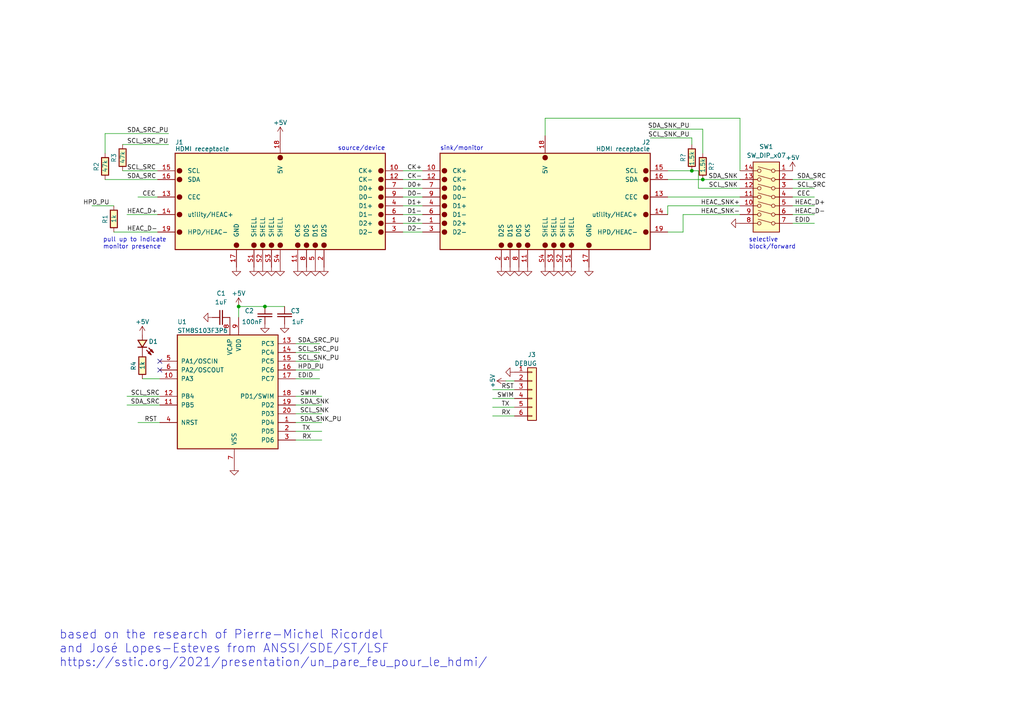
<source format=kicad_sch>
(kicad_sch (version 20211123) (generator eeschema)
  (paper "A4")
  (title_block (title "HDMI firewall") (date "$date$") (rev "$version$.$revision$") (company "CuVoodoo") (comment 1 "King Kévin") (comment 2 "CERN-OHL-S"))
  (lib_symbols
    (symbol "Connector_Generic:Conn_01x06" (pin_names (offset 1.016) hide)
      (property "Reference" "J" (at 0 7.62 0))
      (property "Value" "Conn_01x06" (at 0 -10.16 0))
      (symbol "Conn_01x06_1_1"
        (rectangle (start -1.27 -7.493) (end 0 -7.747) (stroke (width 0.1524)))
        (rectangle (start -1.27 -4.953) (end 0 -5.207) (stroke (width 0.1524)))
        (rectangle (start -1.27 -2.413) (end 0 -2.667) (stroke (width 0.1524)))
        (rectangle (start -1.27 0.127) (end 0 -0.127) (stroke (width 0.1524)))
        (rectangle (start -1.27 2.667) (end 0 2.413) (stroke (width 0.1524)))
        (rectangle (start -1.27 5.207) (end 0 4.953) (stroke (width 0.1524)))
        (rectangle (start -1.27 6.35) (end 1.27 -8.89) (stroke (width 0.254)) (fill (type background)))
        (pin passive line (at -5.08 5.08 0) (length 3.81) (name "Pin_1") (number "1"))
        (pin passive line (at -5.08 2.54 0) (length 3.81) (name "Pin_2") (number "2"))
        (pin passive line (at -5.08 0 0) (length 3.81) (name "Pin_3") (number "3"))
        (pin passive line (at -5.08 -2.54 0) (length 3.81) (name "Pin_4") (number "4"))
        (pin passive line (at -5.08 -5.08 0) (length 3.81) (name "Pin_5") (number "5"))
        (pin passive line (at -5.08 -7.62 0) (length 3.81) (name "Pin_6") (number "6"))
      )
    )
    (symbol "HDMI-001S_1" (pin_names (offset 3.556))
      (property "Reference" "J" (at 0 0.762 0))
      (property "Value" "HDMI-001S_1" (at 43.942 -28.702 0))
      (symbol "HDMI-001S_1_1_1"
        (rectangle (start 0 0) (end 60.96 -27.94) (stroke (width 0.3048)) (fill (type background)))
        (circle (center 1.27 -22.86) (radius 0.635) (stroke (width 0.3048)) (fill (type outline)))
        (circle (center 1.27 -17.78) (radius 0.635) (stroke (width 0.3048)) (fill (type outline)))
        (circle (center 1.27 -12.7) (radius 0.635) (stroke (width 0.3048)) (fill (type outline)))
        (circle (center 1.27 -7.62) (radius 0.635) (stroke (width 0.3048)) (fill (type outline)))
        (circle (center 1.27 -5.08) (radius 0.635) (stroke (width 0.3048)) (fill (type outline)))
        (circle (center 17.78 -26.67) (radius 0.635) (stroke (width 0.3048)) (fill (type outline)))
        (circle (center 22.86 -26.67) (radius 0.635) (stroke (width 0.3048)) (fill (type outline)))
        (circle (center 25.4 -26.67) (radius 0.635) (stroke (width 0.3048)) (fill (type outline)))
        (circle (center 27.94 -26.67) (radius 0.635) (stroke (width 0.3048)) (fill (type outline)))
        (circle (center 30.48 -26.67) (radius 0.635) (stroke (width 0.3048)) (fill (type outline)))
        (circle (center 30.48 -1.27) (radius 0.635) (stroke (width 0.3048)) (fill (type outline)))
        (circle (center 35.56 -26.67) (radius 0.635) (stroke (width 0.3048)) (fill (type outline)))
        (circle (center 38.1 -26.67) (radius 0.635) (stroke (width 0.3048)) (fill (type outline)))
        (circle (center 40.64 -26.67) (radius 0.635) (stroke (width 0.3048)) (fill (type outline)))
        (circle (center 43.18 -26.67) (radius 0.635) (stroke (width 0.3048)) (fill (type outline)))
        (circle (center 59.69 -22.86) (radius 0.635) (stroke (width 0.3048)) (fill (type outline)))
        (circle (center 59.69 -20.32) (radius 0.635) (stroke (width 0.3048)) (fill (type outline)))
        (circle (center 59.69 -17.78) (radius 0.635) (stroke (width 0.3048)) (fill (type outline)))
        (circle (center 59.69 -15.24) (radius 0.635) (stroke (width 0.3048)) (fill (type outline)))
        (circle (center 59.69 -12.7) (radius 0.635) (stroke (width 0.3048)) (fill (type outline)))
        (circle (center 59.69 -10.16) (radius 0.635) (stroke (width 0.3048)) (fill (type outline)))
        (circle (center 59.69 -7.62) (radius 0.635) (stroke (width 0.3048)) (fill (type outline)))
        (circle (center 59.69 -5.08) (radius 0.635) (stroke (width 0.3048)) (fill (type outline)))
        (pin passive line (at 66.04 -20.32 180) (length 5.08) (name "D2+") (number "1"))
        (pin passive line (at 66.04 -5.08 180) (length 5.08) (name "CK+") (number "10"))
        (pin passive line (at 35.56 -33.02 90) (length 5.08) (name "CKS") (number "11"))
        (pin passive line (at 66.04 -7.62 180) (length 5.08) (name "CK-") (number "12"))
        (pin passive line (at -5.08 -12.7 0) (length 5.08) (name "CEC") (number "13"))
        (pin passive line (at -5.08 -17.78 0) (length 5.08) (name "utility/HEAC+") (number "14"))
        (pin passive line (at -5.08 -5.08 0) (length 5.08) (name "SCL") (number "15"))
        (pin passive line (at -5.08 -7.62 0) (length 5.08) (name "SDA") (number "16"))
        (pin power_in line (at 17.78 -33.02 90) (length 5.08) (name "GND") (number "17"))
        (pin power_in line (at 30.48 5.08 270) (length 5.08) (name "5V") (number "18"))
        (pin passive line (at -5.08 -22.86 0) (length 5.08) (name "HPD/HEAC-") (number "19"))
        (pin passive line (at 43.18 -33.02 90) (length 5.08) (name "D2S") (number "2"))
        (pin passive line (at 66.04 -22.86 180) (length 5.08) (name "D2-") (number "3"))
        (pin passive line (at 66.04 -15.24 180) (length 5.08) (name "D1+") (number "4"))
        (pin passive line (at 40.64 -33.02 90) (length 5.08) (name "D1S") (number "5"))
        (pin passive line (at 66.04 -17.78 180) (length 5.08) (name "D1-") (number "6"))
        (pin passive line (at 66.04 -10.16 180) (length 5.08) (name "D0+") (number "7"))
        (pin passive line (at 38.1 -33.02 90) (length 5.08) (name "D0S") (number "8"))
        (pin passive line (at 66.04 -12.7 180) (length 5.08) (name "D0-") (number "9"))
        (pin passive line (at 22.86 -33.02 90) (length 5.08) (name "SHELL") (number "S1"))
        (pin passive line (at 25.4 -33.02 90) (length 5.08) (name "SHELL") (number "S2"))
        (pin passive line (at 27.94 -33.02 90) (length 5.08) (name "SHELL") (number "S3"))
        (pin passive line (at 30.48 -33.02 90) (length 5.08) (name "SHELL") (number "S4"))
      )
    )
    (symbol "Switch:SW_DIP_x07" (pin_names (offset 0) hide)
      (property "Reference" "SW" (at 0 13.97 0))
      (property "Value" "SW_DIP_x07" (at 0 -8.89 0))
      (symbol "SW_DIP_x07_0_0"
        (circle (center -2.032 -5.08) (radius 0.508))
        (circle (center -2.032 -2.54) (radius 0.508))
        (circle (center -2.032 0) (radius 0.508))
        (circle (center -2.032 2.54) (radius 0.508))
        (circle (center -2.032 5.08) (radius 0.508))
        (circle (center -2.032 7.62) (radius 0.508))
        (circle (center -2.032 10.16) (radius 0.508))
        (polyline (pts (xy -1.524 -4.9276) (xy 2.3622 -3.8862)))
        (polyline (pts (xy -1.524 -2.3876) (xy 2.3622 -1.3462)))
        (polyline (pts (xy -1.524 0.127) (xy 2.3622 1.1684)))
        (polyline (pts (xy -1.524 2.667) (xy 2.3622 3.7084)))
        (polyline (pts (xy -1.524 5.207) (xy 2.3622 6.2484)))
        (polyline (pts (xy -1.524 7.747) (xy 2.3622 8.7884)))
        (polyline (pts (xy -1.524 10.287) (xy 2.3622 11.3284)))
        (circle (center 2.032 -5.08) (radius 0.508))
        (circle (center 2.032 -2.54) (radius 0.508))
        (circle (center 2.032 0) (radius 0.508))
        (circle (center 2.032 2.54) (radius 0.508))
        (circle (center 2.032 5.08) (radius 0.508))
        (circle (center 2.032 7.62) (radius 0.508))
        (circle (center 2.032 10.16) (radius 0.508))
      )
      (symbol "SW_DIP_x07_0_1"
        (rectangle (start -3.81 12.7) (end 3.81 -7.62) (stroke (width 0.254)) (fill (type background)))
      )
      (symbol "SW_DIP_x07_1_1"
        (pin passive line (at -7.62 10.16 0) (length 5.08) (name "~") (number "1"))
        (pin passive line (at 7.62 0 180) (length 5.08) (name "~") (number "10"))
        (pin passive line (at 7.62 2.54 180) (length 5.08) (name "~") (number "11"))
        (pin passive line (at 7.62 5.08 180) (length 5.08) (name "~") (number "12"))
        (pin passive line (at 7.62 7.62 180) (length 5.08) (name "~") (number "13"))
        (pin passive line (at 7.62 10.16 180) (length 5.08) (name "~") (number "14"))
        (pin passive line (at -7.62 7.62 0) (length 5.08) (name "~") (number "2"))
        (pin passive line (at -7.62 5.08 0) (length 5.08) (name "~") (number "3"))
        (pin passive line (at -7.62 2.54 0) (length 5.08) (name "~") (number "4"))
        (pin passive line (at -7.62 0 0) (length 5.08) (name "~") (number "5"))
        (pin passive line (at -7.62 -2.54 0) (length 5.08) (name "~") (number "6"))
        (pin passive line (at -7.62 -5.08 0) (length 5.08) (name "~") (number "7"))
        (pin passive line (at 7.62 -5.08 180) (length 5.08) (name "~") (number "8"))
        (pin passive line (at 7.62 -2.54 180) (length 5.08) (name "~") (number "9"))
      )
    )
    (symbol "power:+5V" (power) (pin_names (offset 0))
      (property "Value" "+5V" (at 0 3.556 0))
      (symbol "+5V_0_1"
        (polyline (pts (xy -0.762 1.27) (xy 0 2.54)))
        (polyline (pts (xy 0 0) (xy 0 2.54)))
        (polyline (pts (xy 0 2.54) (xy 0.762 1.27)))
      )
      (symbol "+5V_1_1"
        (pin power_in line (at 0 0 90) (length 0) hide (name "+5V") (number "1"))
      )
    )
    (symbol "power:GND" (power) (pin_names (offset 0))
      (property "Value" "GND" (at 0 -3.81 0))
      (symbol "GND_0_1"
        (polyline (pts (xy 0 0) (xy 0 -1.27) (xy 1.27 -1.27) (xy 0 -2.54) (xy -1.27 -1.27) (xy 0 -1.27)))
      )
      (symbol "GND_1_1"
        (pin power_in line (at 0 0 270) (length 0) hide (name "GND") (number "1"))
      )
    )
    (symbol "qeda:C0603" (pin_numbers hide) (pin_names (offset 1.016) hide)
      (property "Reference" "C" (at 0 2.794 0))
      (property "Value" "C0603" (at 0 -2.794 0))
      (symbol "C0603_1_1"
        (polyline (pts (xy -0.381 2.032) (xy -0.381 -2.032)) (stroke (width 0.3048)))
        (polyline (pts (xy 0.381 2.032) (xy 0.381 -2.032)) (stroke (width 0.3048)))
        (pin passive line (at -2.54 0 0) (length 2.159) (name "L") (number "1"))
        (pin passive line (at 2.54 0 180) (length 2.159) (name "R") (number "2"))
      )
    )
    (symbol "qeda:HDMI-001S" (pin_names (offset 3.556))
      (property "Reference" "J" (at 0 0.762 0))
      (property "Value" "HDMI-001S" (at 43.942 -28.702 0))
      (symbol "HDMI-001S_1_1"
        (rectangle (start 0 0) (end 60.96 -27.94) (stroke (width 0.3048)) (fill (type background)))
        (circle (center 1.27 -22.86) (radius 0.635) (stroke (width 0.3048)) (fill (type outline)))
        (circle (center 1.27 -17.78) (radius 0.635) (stroke (width 0.3048)) (fill (type outline)))
        (circle (center 1.27 -12.7) (radius 0.635) (stroke (width 0.3048)) (fill (type outline)))
        (circle (center 1.27 -7.62) (radius 0.635) (stroke (width 0.3048)) (fill (type outline)))
        (circle (center 1.27 -5.08) (radius 0.635) (stroke (width 0.3048)) (fill (type outline)))
        (circle (center 17.78 -26.67) (radius 0.635) (stroke (width 0.3048)) (fill (type outline)))
        (circle (center 22.86 -26.67) (radius 0.635) (stroke (width 0.3048)) (fill (type outline)))
        (circle (center 25.4 -26.67) (radius 0.635) (stroke (width 0.3048)) (fill (type outline)))
        (circle (center 27.94 -26.67) (radius 0.635) (stroke (width 0.3048)) (fill (type outline)))
        (circle (center 30.48 -26.67) (radius 0.635) (stroke (width 0.3048)) (fill (type outline)))
        (circle (center 30.48 -1.27) (radius 0.635) (stroke (width 0.3048)) (fill (type outline)))
        (circle (center 35.56 -26.67) (radius 0.635) (stroke (width 0.3048)) (fill (type outline)))
        (circle (center 38.1 -26.67) (radius 0.635) (stroke (width 0.3048)) (fill (type outline)))
        (circle (center 40.64 -26.67) (radius 0.635) (stroke (width 0.3048)) (fill (type outline)))
        (circle (center 43.18 -26.67) (radius 0.635) (stroke (width 0.3048)) (fill (type outline)))
        (circle (center 59.69 -22.86) (radius 0.635) (stroke (width 0.3048)) (fill (type outline)))
        (circle (center 59.69 -20.32) (radius 0.635) (stroke (width 0.3048)) (fill (type outline)))
        (circle (center 59.69 -17.78) (radius 0.635) (stroke (width 0.3048)) (fill (type outline)))
        (circle (center 59.69 -15.24) (radius 0.635) (stroke (width 0.3048)) (fill (type outline)))
        (circle (center 59.69 -12.7) (radius 0.635) (stroke (width 0.3048)) (fill (type outline)))
        (circle (center 59.69 -10.16) (radius 0.635) (stroke (width 0.3048)) (fill (type outline)))
        (circle (center 59.69 -7.62) (radius 0.635) (stroke (width 0.3048)) (fill (type outline)))
        (circle (center 59.69 -5.08) (radius 0.635) (stroke (width 0.3048)) (fill (type outline)))
        (pin passive line (at 66.04 -20.32 180) (length 5.08) (name "D2+") (number "1"))
        (pin passive line (at 66.04 -5.08 180) (length 5.08) (name "CK+") (number "10"))
        (pin passive line (at 35.56 -33.02 90) (length 5.08) (name "CKS") (number "11"))
        (pin passive line (at 66.04 -7.62 180) (length 5.08) (name "CK-") (number "12"))
        (pin passive line (at -5.08 -12.7 0) (length 5.08) (name "CEC") (number "13"))
        (pin passive line (at -5.08 -17.78 0) (length 5.08) (name "utility/HEAC+") (number "14"))
        (pin passive line (at -5.08 -5.08 0) (length 5.08) (name "SCL") (number "15"))
        (pin passive line (at -5.08 -7.62 0) (length 5.08) (name "SDA") (number "16"))
        (pin power_in line (at 17.78 -33.02 90) (length 5.08) (name "GND") (number "17"))
        (pin power_in line (at 30.48 5.08 270) (length 5.08) (name "5V") (number "18"))
        (pin passive line (at -5.08 -22.86 0) (length 5.08) (name "HPD/HEAC-") (number "19"))
        (pin passive line (at 43.18 -33.02 90) (length 5.08) (name "D2S") (number "2"))
        (pin passive line (at 66.04 -22.86 180) (length 5.08) (name "D2-") (number "3"))
        (pin passive line (at 66.04 -15.24 180) (length 5.08) (name "D1+") (number "4"))
        (pin passive line (at 40.64 -33.02 90) (length 5.08) (name "D1S") (number "5"))
        (pin passive line (at 66.04 -17.78 180) (length 5.08) (name "D1-") (number "6"))
        (pin passive line (at 66.04 -10.16 180) (length 5.08) (name "D0+") (number "7"))
        (pin passive line (at 38.1 -33.02 90) (length 5.08) (name "D0S") (number "8"))
        (pin passive line (at 66.04 -12.7 180) (length 5.08) (name "D0-") (number "9"))
        (pin passive line (at 22.86 -33.02 90) (length 5.08) (name "SHELL") (number "S1"))
        (pin passive line (at 25.4 -33.02 90) (length 5.08) (name "SHELL") (number "S2"))
        (pin passive line (at 27.94 -33.02 90) (length 5.08) (name "SHELL") (number "S3"))
        (pin passive line (at 30.48 -33.02 90) (length 5.08) (name "SHELL") (number "S4"))
      )
    )
    (symbol "qeda:LED0805" (pin_numbers hide) (pin_names (offset 1.016) hide)
      (property "Reference" "D" (at 0 2.032 0))
      (property "Value" "LED0805" (at 0 -2.032 0))
      (symbol "LED0805_1_1"
        (polyline (pts (xy 1.016 1.27) (xy 1.016 -1.27)) (stroke (width 0.3048)))
        (polyline (pts (xy 1.27 1.905) (xy 2.54 3.175)) (stroke (width 0.3048)))
        (polyline (pts (xy 1.905 1.27) (xy 3.175 2.54)) (stroke (width 0.3048)))
        (polyline (pts (xy -1.016 1.27) (xy 1.016 0) (xy -1.016 -1.27) (xy -1.016 1.27)) (stroke (width 0.3048)) (fill (type background)))
        (polyline (pts (xy 1.7272 2.7178) (xy 2.54 3.175) (xy 2.0828 2.3622) (xy 1.7272 2.7178)) (stroke (width 0.3048)) (fill (type outline)))
        (polyline (pts (xy 2.3622 2.0828) (xy 3.175 2.54) (xy 2.7178 1.7272) (xy 2.3622 2.0828)) (stroke (width 0.3048)) (fill (type outline)))
        (pin passive line (at 2.54 0 180) (length 1.524) (name "C") (number "1"))
        (pin passive line (at -2.54 0 0) (length 1.524) (name "A") (number "2"))
      )
    )
    (symbol "qeda:R0603" (pin_numbers hide) (pin_names (offset 1.016) hide)
      (property "Reference" "R" (at 0 1.778 0))
      (property "Value" "R0603" (at 0 -1.778 0))
      (symbol "R0603_1_1"
        (rectangle (start -2.54 1.016) (end 2.54 -1.016) (stroke (width 0.3048)) (fill (type background)))
        (pin passive line (at -3.81 0 0) (length 1.27) (name "L") (number "1"))
        (pin passive line (at 3.81 0 180) (length 1.27) (name "R") (number "2"))
      )
    )
    (symbol "qeda:STM8S003F3" (pin_names (offset 1.016))
      (property "Reference" "U" (at 0 0.762 0))
      (property "Value" "STM8S003F3" (at 17.272 -33.782 0))
      (symbol "STM8S003F3_1_1"
        (rectangle (start 0 0) (end 29.21 -33.02) (stroke (width 0.3048)) (fill (type background)))
        (pin bidirectional line (at 34.29 -25.4 180) (length 5.08) (name "PD4") (number "1"))
        (pin bidirectional line (at -5.08 -12.7 0) (length 5.08) (name "PA3") (number "10"))
        (pin bidirectional line (at -5.08 -20.32 0) (length 5.08) (name "PB5") (number "11"))
        (pin bidirectional line (at -5.08 -17.78 0) (length 5.08) (name "PB4") (number "12"))
        (pin bidirectional line (at 34.29 -2.54 180) (length 5.08) (name "PC3") (number "13"))
        (pin bidirectional line (at 34.29 -5.08 180) (length 5.08) (name "PC4") (number "14"))
        (pin bidirectional line (at 34.29 -7.62 180) (length 5.08) (name "PC5") (number "15"))
        (pin bidirectional line (at 34.29 -10.16 180) (length 5.08) (name "PC6") (number "16"))
        (pin bidirectional line (at 34.29 -12.7 180) (length 5.08) (name "PC7") (number "17"))
        (pin bidirectional line (at 34.29 -17.78 180) (length 5.08) (name "PD1/SWIM") (number "18"))
        (pin bidirectional line (at 34.29 -20.32 180) (length 5.08) (name "PD2") (number "19"))
        (pin bidirectional line (at 34.29 -27.94 180) (length 5.08) (name "PD5") (number "2"))
        (pin bidirectional line (at 34.29 -22.86 180) (length 5.08) (name "PD3") (number "20"))
        (pin bidirectional line (at 34.29 -30.48 180) (length 5.08) (name "PD6") (number "3"))
        (pin input line (at -5.08 -25.4 0) (length 5.08) (name "NRST") (number "4"))
        (pin bidirectional line (at -5.08 -7.62 0) (length 5.08) (name "PA1/OSCIN") (number "5"))
        (pin bidirectional line (at -5.08 -10.16 0) (length 5.08) (name "PA2/OSCOUT") (number "6"))
        (pin power_in line (at 16.51 -38.1 90) (length 5.08) (name "VSS") (number "7"))
        (pin power_in line (at 15.24 5.08 270) (length 5.08) (name "VCAP") (number "8"))
        (pin power_in line (at 17.78 5.08 270) (length 5.08) (name "VDD") (number "9"))
      )
    )
  )
  (junction (at 203.835 52.07))
  (junction (at 200.66 49.53))
  (junction (at 69.215 88.9))
  (junction (at 76.835 88.9))
  (no_connect (at 46.355 104.775))
  (no_connect (at 46.355 107.315))
  (wire (pts (xy 85.725 114.935) (xy 93.345 114.935)))
  (wire (pts (xy 85.725 122.555) (xy 93.345 122.555)))
  (wire (pts (xy 203.835 52.07) (xy 214.63 52.07)))
  (wire (pts (xy 214.63 49.53) (xy 214.63 34.29)))
  (wire (pts (xy 116.84 52.07) (xy 122.555 52.07)))
  (wire (pts (xy 188.595 37.465) (xy 203.835 37.465)))
  (wire (pts (xy 188.595 40.005) (xy 200.66 40.005)))
  (wire (pts (xy 40.005 57.15) (xy 45.72 57.15)))
  (wire (pts (xy 116.84 67.31) (xy 122.555 67.31)))
  (wire (pts (xy 200.66 41.91) (xy 200.66 40.005)))
  (wire (pts (xy 30.48 52.07) (xy 45.72 52.07)))
  (wire (pts (xy 198.12 67.31) (xy 198.12 62.23)))
  (wire (pts (xy 85.725 127.635) (xy 93.345 127.635)))
  (wire (pts (xy 85.725 107.315) (xy 92.71 107.315)))
  (wire (pts (xy 198.12 62.23) (xy 214.63 62.23)))
  (wire (pts (xy 35.56 41.91) (xy 48.895 41.91)))
  (wire (pts (xy 36.83 114.935) (xy 46.355 114.935)))
  (wire (pts (xy 229.87 64.77) (xy 236.22 64.77)))
  (wire (pts (xy 158.115 34.29) (xy 214.63 34.29)))
  (wire (pts (xy 229.87 52.07) (xy 236.22 52.07)))
  (wire (pts (xy 229.87 62.23) (xy 236.22 62.23)))
  (wire (pts (xy 85.725 109.855) (xy 92.71 109.855)))
  (wire (pts (xy 36.83 117.475) (xy 46.355 117.475)))
  (wire (pts (xy 146.685 110.49) (xy 149.225 110.49)))
  (wire (pts (xy 85.725 104.775) (xy 92.71 104.775)))
  (wire (pts (xy 116.84 64.77) (xy 122.555 64.77)))
  (wire (pts (xy 85.725 99.695) (xy 92.71 99.695)))
  (wire (pts (xy 193.675 59.69) (xy 214.63 59.69)))
  (wire (pts (xy 76.835 88.9) (xy 82.55 88.9)))
  (wire (pts (xy 142.875 120.65) (xy 149.225 120.65)))
  (wire (pts (xy 142.875 115.57) (xy 149.225 115.57)))
  (wire (pts (xy 40.005 122.555) (xy 46.355 122.555)))
  (wire (pts (xy 116.84 62.23) (xy 122.555 62.23)))
  (wire (pts (xy 203.835 44.45) (xy 203.835 37.465)))
  (wire (pts (xy 30.48 44.45) (xy 30.48 38.735)))
  (wire (pts (xy 85.725 120.015) (xy 93.345 120.015)))
  (wire (pts (xy 193.675 52.07) (xy 203.835 52.07)))
  (wire (pts (xy 41.275 109.855) (xy 46.355 109.855)))
  (wire (pts (xy 200.66 49.53) (xy 202.565 49.53)))
  (wire (pts (xy 69.215 88.9) (xy 76.835 88.9)))
  (wire (pts (xy 142.875 118.11) (xy 149.225 118.11)))
  (wire (pts (xy 116.84 49.53) (xy 122.555 49.53)))
  (wire (pts (xy 193.675 49.53) (xy 200.66 49.53)))
  (wire (pts (xy 229.87 57.15) (xy 236.22 57.15)))
  (wire (pts (xy 116.84 54.61) (xy 122.555 54.61)))
  (wire (pts (xy 26.67 59.69) (xy 33.02 59.69)))
  (wire (pts (xy 193.675 67.31) (xy 198.12 67.31)))
  (wire (pts (xy 193.675 57.15) (xy 214.63 57.15)))
  (wire (pts (xy 116.84 57.15) (xy 122.555 57.15)))
  (wire (pts (xy 202.565 54.61) (xy 214.63 54.61)))
  (wire (pts (xy 36.83 62.23) (xy 45.72 62.23)))
  (wire (pts (xy 85.725 117.475) (xy 93.345 117.475)))
  (wire (pts (xy 30.48 38.735) (xy 48.895 38.735)))
  (wire (pts (xy 69.215 92.075) (xy 69.215 88.9)))
  (wire (pts (xy 116.84 59.69) (xy 122.555 59.69)))
  (wire (pts (xy 142.875 113.03) (xy 149.225 113.03)))
  (wire (pts (xy 85.725 125.095) (xy 93.345 125.095)))
  (wire (pts (xy 33.02 67.31) (xy 45.72 67.31)))
  (wire (pts (xy 35.56 49.53) (xy 45.72 49.53)))
  (wire (pts (xy 229.87 59.69) (xy 236.22 59.69)))
  (wire (pts (xy 229.87 54.61) (xy 236.22 54.61)))
  (wire (pts (xy 85.725 102.235) (xy 92.71 102.235)))
  (wire (pts (xy 158.115 34.29) (xy 158.115 39.37)))
  (wire (pts (xy 202.565 49.53) (xy 202.565 54.61)))
  (wire (pts (xy 193.675 59.69) (xy 193.675 62.23)))
  (text "pull up to indicate\nmonitor presence" (at 29.845 72.39 0) (effects (font (size 1.27 1.27)) (justify left bottom)))
  (text "sink/monitor" (at 127.635 43.815 0) (effects (font (size 1.27 1.27)) (justify left bottom)))
  (text "selective\nblock/forward" (at 217.17 72.39 0) (effects (font (size 1.27 1.27)) (justify left bottom)))
  (text "source/device" (at 111.76 43.815 180) (effects (font (size 1.27 1.27)) (justify right bottom)))
  (text "based on the research of Pierre-Michel Ricordel\nand José Lopes-Esteves from ANSSI/SDE/ST/LSF\nhttps://sstic.org/2021/presentation/un_pare_feu_pour_le_hdmi/" (at 17.145 193.675 0) (effects (font (size 2.5 2.5)) (justify left bottom)))
  (label "SCL_SNK" (at 86.995 120.015 0))
  (label "CK-" (at 118.11 52.07 0))
  (label "SCL_SNK_PU" (at 86.36 104.775 0))
  (label "SCL_SRC" (at 36.83 49.53 0))
  (label "SCL_SRC_PU" (at 86.36 102.235 0))
  (label "RX" (at 145.415 120.65 0))
  (label "SDA_SNK_PU" (at 86.995 122.555 0))
  (label "D2+" (at 118.11 64.77 0))
  (label "SWIM" (at 86.995 114.935 0))
  (label "CEC" (at 231.14 57.15 0))
  (label "SCL_SNK" (at 213.995 54.61 180))
  (label "HEAC_D-" (at 36.83 67.31 0))
  (label "SDA_SRC" (at 46.355 117.475 180))
  (label "SDA_SRC" (at 231.14 52.07 0))
  (label "SWIM" (at 144.145 115.57 0))
  (label "CEC" (at 41.275 57.15 0))
  (label "HPD_PU" (at 31.75 59.69 180))
  (label "RX" (at 87.63 127.635 0))
  (label "HEAC_D+" (at 36.83 62.23 0))
  (label "SDA_SRC_PU" (at 86.36 99.695 0))
  (label "HPD_PU" (at 86.36 107.315 0))
  (label "RST" (at 41.91 122.555 0))
  (label "RST" (at 145.415 113.03 0))
  (label "SDA_SNK_PU" (at 200.025 37.465 180))
  (label "D1-" (at 118.11 62.23 0))
  (label "SCL_SNK_PU" (at 200.025 40.005 180))
  (label "HEAC_SNK+" (at 214.63 59.69 180))
  (label "D2-" (at 118.11 67.31 0))
  (label "SDA_SNK" (at 213.995 52.07 180))
  (label "D1+" (at 118.11 59.69 0))
  (label "SDA_SRC" (at 36.83 52.07 0))
  (label "SDA_SNK" (at 86.995 117.475 0))
  (label "CK+" (at 118.11 49.53 0))
  (label "D0-" (at 118.11 57.15 0))
  (label "SDA_SRC_PU" (at 36.83 38.735 0))
  (label "EDID" (at 86.36 109.855 0))
  (label "TX" (at 145.415 118.11 0))
  (label "SCL_SRC_PU" (at 36.83 41.91 0))
  (label "SCL_SRC" (at 46.355 114.935 180))
  (label "D0+" (at 118.11 54.61 0))
  (label "TX" (at 87.63 125.095 0))
  (label "HEAC_D+" (at 230.505 59.69 0))
  (label "HEAC_SNK-" (at 214.63 62.23 180))
  (label "HEAC_D-" (at 230.505 62.23 0))
  (label "EDID" (at 230.505 64.77 0))
  (label "SCL_SRC" (at 231.14 54.61 0))
  (symbol (lib_id "power:GND") (at 67.945 135.255 0) (unit 1)
    (property "Reference" "#PWR0121" (effects hide))
    (property "Value" "GND" (effects hide))
  )
  (symbol (lib_id "power:GND") (at 150.495 77.47 0) (unit 1)
    (property "Reference" "#PWR0112" (effects hide))
    (property "Value" "GND" (effects hide))
  )
  (symbol (lib_id "power:GND") (at 76.835 93.98 0) (unit 1)
    (property "Reference" "#PWR0120" (effects hide))
    (property "Value" "GND" (effects hide))
  )
  (symbol (lib_id "power:GND") (at 149.225 107.95 270) (unit 1)
    (property "Reference" "#PWR0109" (effects hide))
    (property "Value" "GND" (effects hide))
  )
  (symbol (lib_id "qeda:R0603") (at 35.56 45.72 90) (unit 1)
    (property "Reference" "R3" (at 33.02 44.45 0) (effects (justify right)))
    (property "Value" "47k" (at 35.56 43.815 0) (effects (justify right)))
    (property "Footprint" "qeda:UC1608X55N" (effects hide))
    (property "LCSC" "C22843" (effects hide))
  )
  (symbol (lib_id "qeda:C0603") (at 82.55 91.44 270) (mirror x) (unit 1)
    (property "Reference" "C3" (at 86.995 90.17 90) (effects (justify right)))
    (property "Value" "1uF" (at 88.265 93.345 90) (effects (justify right)))
    (property "Footprint" "qeda:CAPC1608X92N" (effects hide))
    (property "LCSC" "C15849" (effects hide))
  )
  (symbol (lib_id "power:+5V") (at 146.685 110.49 90) (unit 1)
    (property "Reference" "#PWR0108" (effects hide))
    (property "Value" "+5V" (at 142.875 110.49 0))
  )
  (symbol (lib_id "qeda:LED0805") (at 41.275 99.695 270) (unit 1)
    (property "Reference" "D1" (at 44.45 99.06 90))
    (property "Value" "LED0805" (effects hide))
    (property "Footprint" "qeda:LEDC2012X80N" (effects hide))
    (property "LCSC" "C84256" (effects hide))
  )
  (symbol (lib_id "qeda:R0603") (at 203.835 48.26 270) (unit 1)
    (property "Reference" "R?" (at 206.375 49.53 0) (effects (justify right)))
    (property "Value" "1.5k" (at 203.835 50.165 0) (effects (justify right)))
    (property "Footprint" "qeda:UC1608X55N" (effects hide))
    (property "LCSC" "C22843" (effects hide))
  )
  (symbol (lib_id "power:GND") (at 163.195 77.47 0) (unit 1)
    (property "Reference" "#PWR0114" (effects hide))
    (property "Value" "GND" (effects hide))
  )
  (symbol (lib_id "power:GND") (at 93.98 77.47 0) (unit 1)
    (property "Reference" "#PWR0116" (effects hide))
    (property "Value" "GND" (effects hide))
  )
  (symbol (lib_name "HDMI-001S_1") (lib_id "qeda:HDMI-001S") (at 50.8 44.45 0) (unit 1)
    (property "Reference" "J1" (at 50.8 41.275 0) (effects (justify left)))
    (property "Value" "HDMI receptacle" (at 50.8 43.18 0) (effects (justify left)))
    (property "Footprint" "qeda:CONNECTOR_HDMI-001S" (effects hide))
    (property "Datasheet" "https://datasheet.lcsc.com/lcsc/2008152133_XUNPU-HDMI-001S_C720616.pdf" (effects hide))
    (property "LCSC" "C720616" (effects hide))
  )
  (symbol (lib_id "power:GND") (at 165.735 77.47 0) (unit 1)
    (property "Reference" "#PWR0115" (effects hide))
    (property "Value" "GND" (effects hide))
  )
  (symbol (lib_id "qeda:C0603") (at 64.135 92.075 0) (unit 1)
    (property "Reference" "C1" (at 64.135 85.09 0))
    (property "Value" "1uF" (at 64.135 87.63 0))
    (property "Footprint" "qeda:CAPC1608X92N" (effects hide))
    (property "LCSC" "C15849" (effects hide))
  )
  (symbol (lib_id "power:GND") (at 61.595 92.075 270) (unit 1)
    (property "Reference" "#PWR0130" (effects hide))
    (property "Value" "GND" (effects hide))
  )
  (symbol (lib_id "power:GND") (at 88.9 77.47 0) (unit 1)
    (property "Reference" "#PWR0128" (effects hide))
    (property "Value" "GND" (effects hide))
  )
  (symbol (lib_id "power:GND") (at 76.2 77.47 0) (unit 1)
    (property "Reference" "#PWR0123" (effects hide))
    (property "Value" "GND" (effects hide))
  )
  (symbol (lib_id "power:GND") (at 170.815 77.47 0) (unit 1)
    (property "Reference" "#PWR0102" (effects hide))
    (property "Value" "GND" (effects hide))
  )
  (symbol (lib_id "power:GND") (at 68.58 77.47 0) (unit 1)
    (property "Reference" "#PWR0125" (effects hide))
    (property "Value" "GND" (effects hide))
  )
  (symbol (lib_id "qeda:R0603") (at 200.66 45.72 90) (unit 1)
    (property "Reference" "R?" (at 198.12 44.45 0) (effects (justify right)))
    (property "Value" "1.5k" (at 200.66 43.815 0) (effects (justify right)))
    (property "Footprint" "qeda:UC1608X55N" (effects hide))
    (property "LCSC" "C22843" (effects hide))
  )
  (symbol (lib_id "power:GND") (at 158.115 77.47 0) (unit 1)
    (property "Reference" "#PWR0104" (effects hide))
    (property "Value" "GND" (effects hide))
  )
  (symbol (lib_id "power:GND") (at 160.655 77.47 0) (unit 1)
    (property "Reference" "#PWR0103" (effects hide))
    (property "Value" "GND" (effects hide))
  )
  (symbol (lib_id "qeda:HDMI-001S") (at 188.595 44.45 0) (mirror y) (unit 1)
    (property "Reference" "J2" (at 188.595 41.275 0) (effects (justify left)))
    (property "Value" "HDMI receptacle" (at 188.595 43.18 0) (effects (justify left)))
    (property "Footprint" "qeda:CONNECTOR_HDMI-001S" (effects hide))
    (property "Datasheet" "https://datasheet.lcsc.com/lcsc/2008152133_XUNPU-HDMI-001S_C720616.pdf" (effects hide))
    (property "LCSC" "C720616" (effects hide))
  )
  (symbol (lib_id "qeda:STM8S003F3") (at 51.435 97.155 0) (unit 1)
    (property "Reference" "U1" (at 51.435 93.345 0) (effects (justify left)))
    (property "Value" "STM8S103F3P6" (at 51.435 95.885 0) (effects (justify left)))
    (property "Footprint" "qeda:SOP65P640X120-20N" (effects hide))
    (property "Datasheet" "https://www.st.com/resource/en/datasheet/stm8s003f3.pdf" (effects hide))
    (property "LCSC" "C52717" (effects hide))
  )
  (symbol (lib_id "qeda:R0603") (at 33.02 63.5 90) (unit 1)
    (property "Reference" "R1" (at 30.48 62.23 0) (effects (justify right)))
    (property "Value" "1k" (at 33.02 62.23 0) (effects (justify right)))
    (property "Footprint" "qeda:UC1608X55N" (effects hide))
    (property "LCSC" "C21190" (effects hide))
  )
  (symbol (lib_id "power:GND") (at 153.035 77.47 0) (unit 1)
    (property "Reference" "#PWR0111" (effects hide))
    (property "Value" "GND" (effects hide))
  )
  (symbol (lib_id "power:GND") (at 147.955 77.47 0) (unit 1)
    (property "Reference" "#PWR0113" (effects hide))
    (property "Value" "GND" (effects hide))
  )
  (symbol (lib_id "power:GND") (at 91.44 77.47 0) (unit 1)
    (property "Reference" "#PWR0127" (effects hide))
    (property "Value" "GND" (effects hide))
  )
  (symbol (lib_id "power:+5V") (at 81.28 39.37 0) (unit 1)
    (property "Reference" "#PWR0106" (effects hide))
    (property "Value" "+5V" (at 81.28 35.56 0))
  )
  (symbol (lib_id "power:+5V") (at 69.215 88.9 0) (unit 1)
    (property "Reference" "#PWR0131" (effects hide))
    (property "Value" "+5V" (at 69.215 85.09 0))
  )
  (symbol (lib_id "power:GND") (at 73.66 77.47 0) (unit 1)
    (property "Reference" "#PWR0124" (effects hide))
    (property "Value" "GND" (effects hide))
  )
  (symbol (lib_id "Switch:SW_DIP_x07") (at 222.25 59.69 0) (mirror y) (unit 1)
    (property "Reference" "SW1" (at 222.25 42.545 0))
    (property "Value" "SW_DIP_x07" (at 222.25 45.085 0))
    (property "Footprint" "qeda:SOP254P976X355-14N" (effects hide))
    (property "LCSC" "C319033" (effects hide))
  )
  (symbol (lib_id "qeda:C0603") (at 76.835 91.44 90) (unit 1)
    (property "Reference" "C2" (at 73.66 90.1699 90) (effects (justify left)))
    (property "Value" "100nF" (at 76.2 93.345 90) (effects (justify left)))
    (property "Footprint" "qeda:CAPC1608X92N" (effects hide))
    (property "LCSC" "C14663" (effects hide))
  )
  (symbol (lib_id "Connector_Generic:Conn_01x06") (at 154.305 113.03 0) (unit 1)
    (property "Reference" "J3" (at 153.035 102.87 0) (effects (justify left)))
    (property "Value" "DEBUG" (at 149.225 105.41 0) (effects (justify left)))
    (property "Footprint" "Connector_PinSocket_2.54mm:PinSocket_1x06_P2.54mm_Vertical" (effects hide))
    (property "LCSC" "DNP" (effects hide))
  )
  (symbol (lib_id "power:GND") (at 82.55 93.98 0) (unit 1)
    (property "Reference" "#PWR0119" (effects hide))
    (property "Value" "GND" (effects hide))
  )
  (symbol (lib_id "qeda:R0603") (at 41.275 106.045 90) (unit 1)
    (property "Reference" "R4" (at 38.735 104.775 0) (effects (justify right)))
    (property "Value" "1k" (at 41.275 104.775 0) (effects (justify right)))
    (property "Footprint" "qeda:UC1608X55N" (effects hide))
    (property "LCSC" "C21190" (effects hide))
  )
  (symbol (lib_id "power:+5V") (at 41.275 97.155 0) (unit 1)
    (property "Reference" "#PWR0132" (effects hide))
    (property "Value" "+5V" (at 41.275 93.345 0))
  )
  (symbol (lib_id "power:GND") (at 78.74 77.47 0) (unit 1)
    (property "Reference" "#PWR0122" (effects hide))
    (property "Value" "GND" (effects hide))
  )
  (symbol (lib_id "power:GND") (at 86.36 77.47 0) (unit 1)
    (property "Reference" "#PWR0129" (effects hide))
    (property "Value" "GND" (effects hide))
  )
  (symbol (lib_id "power:GND") (at 81.28 77.47 0) (unit 1)
    (property "Reference" "#PWR0126" (effects hide))
    (property "Value" "GND" (effects hide))
  )
  (symbol (lib_id "power:GND") (at 145.415 77.47 0) (unit 1)
    (property "Reference" "#PWR0110" (effects hide))
    (property "Value" "GND" (effects hide))
  )
  (symbol (lib_id "power:GND") (at 214.63 64.77 270) (unit 1)
    (property "Reference" "#PWR0101" (effects hide))
    (property "Value" "GND" (effects hide))
  )
  (symbol (lib_id "qeda:R0603") (at 30.48 48.26 90) (unit 1)
    (property "Reference" "R2" (at 27.94 46.99 0) (effects (justify right)))
    (property "Value" "47k" (at 30.48 46.355 0) (effects (justify right)))
    (property "Footprint" "qeda:UC1608X55N" (effects hide))
    (property "LCSC" "C22843" (effects hide))
  )
  (symbol (lib_id "power:+5V") (at 229.87 49.53 0) (unit 1)
    (property "Reference" "#PWR0105" (effects hide))
    (property "Value" "+5V" (at 229.87 45.72 0))
  )
)
</source>
